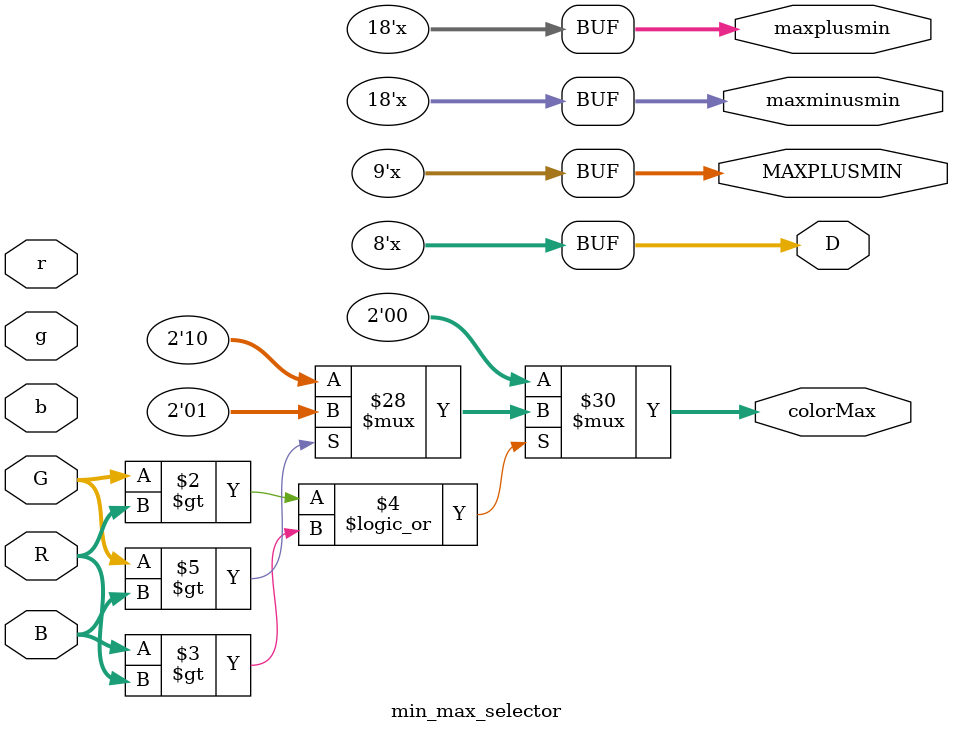
<source format=v>

module min_max_selector (
	input  [7:0]  R,
	input  [7:0]  G,
	input  [7:0]  B,
	input  [17:0] r,
	input  [17:0] g,
	input  [17:0] b,
	output reg [8:0] MAXPLUSMIN,
	output reg [17:0] maxplusmin,
	output reg [17:0] maxminusmin,
	output reg [7:0]  D,
	output reg [1:0]  colorMax
);

reg [17:0] max, min;
reg [7:0]  MAX, MIN;
always @(*) begin

	// Get max values
	if ((G > R) || (B > R)) begin
		if (G > B) begin
			max <= g;
			MAX <= G;
			colorMax <= 2'd1;
		end 
		else begin
			max <= b;
			MAX <= B;
			colorMax <= 2'd2;
		end
	end
	else begin
		max <= r;
		MAX <= R;
		colorMax <= 2'd0;
	end
	
	// Get min value
	if ((G < R) || (B < R)) begin
		if (G < B) begin
			min <= g;
			MIN <= G;
		end
		else begin
			min <= b;
			MIN <= B;
		end
	end 
	else begin
		min <= r;
		MIN <= R;
	end
	
	// Calculate Max + Min and Max - Min in both [0..255] and [0..1]
	MAXPLUSMIN  <= MAX + MIN;
	D <= MAX-MIN;
	maxplusmin  <= max + min;
	maxminusmin <= max - min;
	
end

endmodule
</source>
